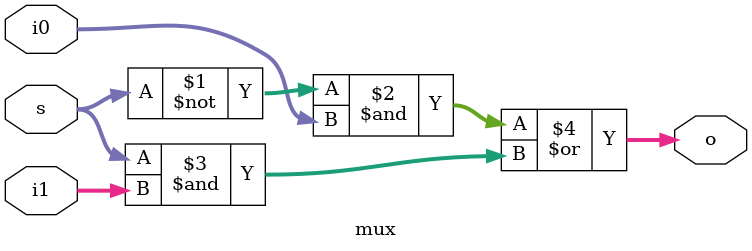
<source format=v>
`timescale 1ns / 1ps


module mux(
    input [3:0] i0,
    input [3:0] i1,
    input[3:0] s,
    output [3:0] o
    );
    
    assign o = ~s & i0 | s & i1;
    
endmodule

</source>
